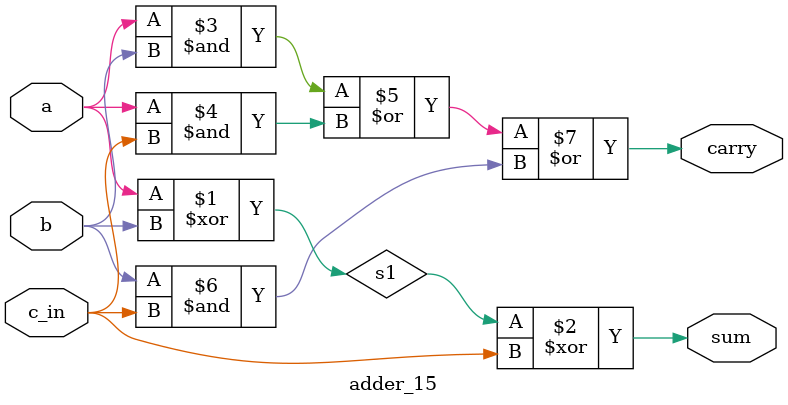
<source format=sv>
module half_adder (
  input wire x,
  input wire y,
  output wire s, // sum output (x XOR y)
  output wire c  // carry output (x AND y)
);
  assign s = x ^ y;
  assign c = x & y;
endmodule

// Top module: Full Adder built from simplified boolean expressions
// Adds three input bits (a, b, c_in) to produce a sum and a carry
module adder_15 (
  input wire a,
  input wire b,
  input wire c_in,
  output wire sum,
  output wire carry
);

  // Internal signal for the intermediate sum (a XOR b)
  // Used for calculating the final sum
  wire s1;

  // Calculate intermediate sum s1 = a XOR b
  // This is the sum of the first two bits, equivalent to the first half adder's sum output
  assign s1 = a ^ b;

  // Calculate final sum = s1 XOR c_in = (a XOR b) XOR c_in
  // This is the sum of the intermediate sum and the carry-in, equivalent to the second half adder's sum output
  assign sum = s1 ^ c_in;

  // Calculate final carry using the standard simplified boolean expression
  // The original carry was (a & b) | ((a ^ b) & c_in)
  // This is equivalent to the standard full adder carry: (a AND b) OR (a AND c_in) OR (b AND c_in)
  // Using the standard form often results in a more optimized gate-level implementation
  assign carry = (a & b) | (a & c_in) | (b & c_in);

endmodule
</source>
